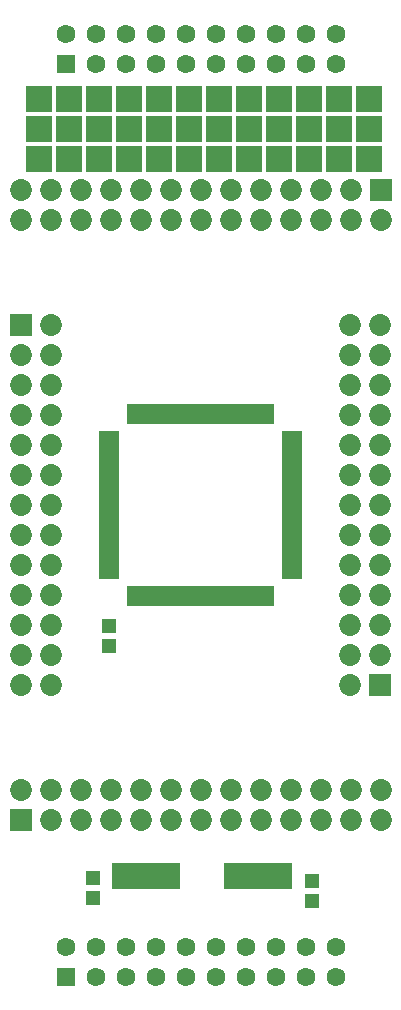
<source format=gbr>
%TF.GenerationSoftware,Altium Limited,Altium Designer,23.4.1 (23)*%
G04 Layer_Color=8388736*
%FSLAX45Y45*%
%MOMM*%
%TF.SameCoordinates,7ABC1050-9991-4EB7-8225-191FA7049C92*%
%TF.FilePolarity,Negative*%
%TF.FileFunction,Soldermask,Top*%
%TF.Part,Single*%
G01*
G75*
%TA.AperFunction,SMDPad,CuDef*%
%ADD27R,1.20320X1.30320*%
%ADD28R,0.50320X1.67820*%
%ADD29R,1.67820X0.50320*%
%ADD30R,5.80320X2.30320*%
%TA.AperFunction,ComponentPad*%
%ADD31R,1.85320X1.85320*%
%ADD32C,1.85320*%
%ADD33R,1.85320X1.85320*%
%ADD34R,1.59320X1.59320*%
%ADD35C,1.59320*%
%TA.AperFunction,ViaPad*%
%ADD36R,2.20320X2.20320*%
D27*
X876300Y3475900D02*
D03*
Y3305900D02*
D03*
X736600Y1342300D02*
D03*
Y1172300D02*
D03*
X2590800Y1316900D02*
D03*
Y1146900D02*
D03*
D28*
X1050000Y3726200D02*
D03*
X1100000D02*
D03*
X1150000D02*
D03*
X1200000D02*
D03*
X1250000D02*
D03*
X1300000D02*
D03*
X1350000D02*
D03*
X1400000D02*
D03*
X1450000D02*
D03*
X1500000D02*
D03*
X1550000D02*
D03*
X1600000D02*
D03*
X1650000D02*
D03*
X1700000D02*
D03*
X1750000D02*
D03*
X1800000D02*
D03*
X1850000D02*
D03*
X1900000D02*
D03*
X1950000D02*
D03*
X2000000D02*
D03*
X2050000D02*
D03*
X2100000D02*
D03*
X2150000D02*
D03*
X2200000D02*
D03*
X2250000D02*
D03*
Y5273800D02*
D03*
X2200000D02*
D03*
X2150000D02*
D03*
X2100000D02*
D03*
X2050000D02*
D03*
X2000000D02*
D03*
X1950000D02*
D03*
X1900000D02*
D03*
X1850000D02*
D03*
X1800000D02*
D03*
X1750000D02*
D03*
X1700000D02*
D03*
X1650000D02*
D03*
X1600000D02*
D03*
X1550000D02*
D03*
X1500000D02*
D03*
X1450000D02*
D03*
X1400000D02*
D03*
X1350000D02*
D03*
X1300000D02*
D03*
X1250000D02*
D03*
X1200000D02*
D03*
X1150000D02*
D03*
X1100000D02*
D03*
X1050000D02*
D03*
D29*
X2423800Y3900000D02*
D03*
Y3950000D02*
D03*
Y4000000D02*
D03*
Y4050000D02*
D03*
Y4100000D02*
D03*
Y4150000D02*
D03*
Y4200000D02*
D03*
Y4250000D02*
D03*
Y4300000D02*
D03*
Y4350000D02*
D03*
Y4400000D02*
D03*
Y4450000D02*
D03*
Y4500000D02*
D03*
Y4550000D02*
D03*
Y4600000D02*
D03*
Y4650000D02*
D03*
Y4700000D02*
D03*
Y4750000D02*
D03*
Y4800000D02*
D03*
Y4850000D02*
D03*
Y4900000D02*
D03*
Y4950000D02*
D03*
Y5000000D02*
D03*
Y5050000D02*
D03*
Y5100000D02*
D03*
X876200D02*
D03*
Y5050000D02*
D03*
Y5000000D02*
D03*
Y4950000D02*
D03*
Y4900000D02*
D03*
Y4850000D02*
D03*
Y4800000D02*
D03*
Y4750000D02*
D03*
Y4700000D02*
D03*
Y4650000D02*
D03*
Y4600000D02*
D03*
Y4550000D02*
D03*
Y4500000D02*
D03*
Y4450000D02*
D03*
Y4400000D02*
D03*
Y4350000D02*
D03*
Y4300000D02*
D03*
Y4250000D02*
D03*
Y4200000D02*
D03*
Y4150000D02*
D03*
Y4100000D02*
D03*
Y4050000D02*
D03*
Y4000000D02*
D03*
Y3950000D02*
D03*
Y3900000D02*
D03*
D30*
X2138700Y1358900D02*
D03*
X1188700D02*
D03*
D31*
X126000Y1833000D02*
D03*
X3175000Y7167000D02*
D03*
D32*
X126000Y2087000D02*
D03*
X380000Y1833000D02*
D03*
Y2087000D02*
D03*
X634000Y1833000D02*
D03*
Y2087000D02*
D03*
X888000Y1833000D02*
D03*
Y2087000D02*
D03*
X1142000Y1833000D02*
D03*
Y2087000D02*
D03*
X1396000Y1833000D02*
D03*
Y2087000D02*
D03*
X1650000Y1833000D02*
D03*
Y2087000D02*
D03*
X1904000Y1833000D02*
D03*
Y2087000D02*
D03*
X2158000Y1833000D02*
D03*
Y2087000D02*
D03*
X2412000Y1833000D02*
D03*
Y2087000D02*
D03*
X2666000Y1833000D02*
D03*
Y2087000D02*
D03*
X2920000Y1833000D02*
D03*
Y2087000D02*
D03*
X3174000Y1833000D02*
D03*
Y2087000D02*
D03*
X127000Y6913000D02*
D03*
Y7167000D02*
D03*
X381000Y6913000D02*
D03*
Y7167000D02*
D03*
X635000Y6913000D02*
D03*
Y7167000D02*
D03*
X889000Y6913000D02*
D03*
Y7167000D02*
D03*
X1143000Y6913000D02*
D03*
Y7167000D02*
D03*
X1397000Y6913000D02*
D03*
Y7167000D02*
D03*
X1651000Y6913000D02*
D03*
Y7167000D02*
D03*
X1905000Y6913000D02*
D03*
Y7167000D02*
D03*
X2159000Y6913000D02*
D03*
Y7167000D02*
D03*
X2413000Y6913000D02*
D03*
Y7167000D02*
D03*
X2667000Y6913000D02*
D03*
Y7167000D02*
D03*
X2921000Y6913000D02*
D03*
Y7167000D02*
D03*
X3175000Y6913000D02*
D03*
X2919000Y2976000D02*
D03*
X3173000Y3230000D02*
D03*
X2919000D02*
D03*
X3173000Y3484000D02*
D03*
X2919000D02*
D03*
X3173000Y3738000D02*
D03*
X2919000D02*
D03*
X3173000Y3992000D02*
D03*
X2919000D02*
D03*
X3173000Y4246000D02*
D03*
X2919000D02*
D03*
X3173000Y4500000D02*
D03*
X2919000D02*
D03*
X3173000Y4754000D02*
D03*
X2919000D02*
D03*
X3173000Y5008000D02*
D03*
X2919000D02*
D03*
X3173000Y5262000D02*
D03*
X2919000D02*
D03*
X3173000Y5516000D02*
D03*
X2919000D02*
D03*
X3173000Y5770000D02*
D03*
X2919000D02*
D03*
X3173000Y6024000D02*
D03*
X2919000D02*
D03*
X381000D02*
D03*
X127000Y5770000D02*
D03*
X381000D02*
D03*
X127000Y5516000D02*
D03*
X381000D02*
D03*
X127000Y5262000D02*
D03*
X381000D02*
D03*
X127000Y5008000D02*
D03*
X381000D02*
D03*
X127000Y4754000D02*
D03*
X381000D02*
D03*
X127000Y4500000D02*
D03*
X381000D02*
D03*
X127000Y4246000D02*
D03*
X381000D02*
D03*
X127000Y3992000D02*
D03*
X381000D02*
D03*
X127000Y3738000D02*
D03*
X381000D02*
D03*
X127000Y3484000D02*
D03*
X381000D02*
D03*
X127000Y3230000D02*
D03*
X381000D02*
D03*
X127000Y2976000D02*
D03*
X381000D02*
D03*
D33*
X3173000D02*
D03*
X127000Y6024000D02*
D03*
D34*
X508000Y508000D02*
D03*
Y8238000D02*
D03*
D35*
Y762000D02*
D03*
X762000Y508000D02*
D03*
Y762000D02*
D03*
X1016000Y508000D02*
D03*
Y762000D02*
D03*
X1270000Y508000D02*
D03*
Y762000D02*
D03*
X1524000Y508000D02*
D03*
Y762000D02*
D03*
X1778000Y508000D02*
D03*
Y762000D02*
D03*
X2032000Y508000D02*
D03*
Y762000D02*
D03*
X2286000Y508000D02*
D03*
Y762000D02*
D03*
X2540000Y508000D02*
D03*
Y762000D02*
D03*
X2794000Y508000D02*
D03*
Y762000D02*
D03*
X508000Y8492000D02*
D03*
X762000Y8238000D02*
D03*
Y8492000D02*
D03*
X1016000Y8238000D02*
D03*
Y8492000D02*
D03*
X1270000Y8238000D02*
D03*
Y8492000D02*
D03*
X1524000Y8238000D02*
D03*
Y8492000D02*
D03*
X1778000Y8238000D02*
D03*
Y8492000D02*
D03*
X2032000Y8238000D02*
D03*
Y8492000D02*
D03*
X2286000Y8238000D02*
D03*
Y8492000D02*
D03*
X2540000Y8238000D02*
D03*
Y8492000D02*
D03*
X2794000Y8238000D02*
D03*
Y8492000D02*
D03*
D36*
X279400Y7429500D02*
D03*
X1041400D02*
D03*
X533400D02*
D03*
X787400D02*
D03*
X1295400D02*
D03*
X2057400D02*
D03*
X1803400D02*
D03*
X1549400D02*
D03*
X3073400D02*
D03*
X2819400D02*
D03*
X2311400D02*
D03*
X2565400D02*
D03*
X2311400Y7937500D02*
D03*
Y7683500D02*
D03*
X2565400D02*
D03*
Y7937500D02*
D03*
X3073400D02*
D03*
Y7683500D02*
D03*
X2819400D02*
D03*
Y7937500D02*
D03*
X1295400D02*
D03*
Y7683500D02*
D03*
X1549400D02*
D03*
Y7937500D02*
D03*
X2057400D02*
D03*
Y7683500D02*
D03*
X1803400D02*
D03*
Y7937500D02*
D03*
X787400D02*
D03*
Y7683500D02*
D03*
X1041400D02*
D03*
Y7937500D02*
D03*
X533400D02*
D03*
Y7683500D02*
D03*
X279400D02*
D03*
Y7937500D02*
D03*
%TF.MD5,5066d948f6d0b0e9fab6c77ed2a6227b*%
M02*

</source>
